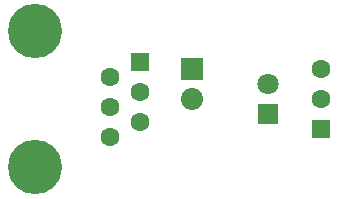
<source format=gbr>
G04 #@! TF.FileFunction,Soldermask,Bot*
%FSLAX46Y46*%
G04 Gerber Fmt 4.6, Leading zero omitted, Abs format (unit mm)*
G04 Created by KiCad (PCBNEW (after 2015-mar-04 BZR unknown)-product) date 25.04.2015 22:10:00*
%MOMM*%
G01*
G04 APERTURE LIST*
%ADD10C,0.100000*%
%ADD11R,1.876400X1.876400*%
%ADD12C,1.876400*%
%ADD13R,1.800000X1.800000*%
%ADD14C,1.800000*%
%ADD15C,4.600000*%
%ADD16C,1.600000*%
%ADD17R,1.600000X1.600000*%
G04 APERTURE END LIST*
D10*
D11*
X171600000Y-89930000D03*
D12*
X171600000Y-92470000D03*
D13*
X178000000Y-93770000D03*
D14*
X178000000Y-91230000D03*
D15*
X158300000Y-86750000D03*
X158300000Y-98250000D03*
D16*
X167189960Y-91865000D03*
X164649960Y-93135000D03*
X167189960Y-94405000D03*
X164649960Y-90595000D03*
D17*
X167192500Y-89325000D03*
D16*
X164652500Y-95675000D03*
X182500000Y-92500000D03*
X182500000Y-89960000D03*
D17*
X182500000Y-95040000D03*
M02*

</source>
